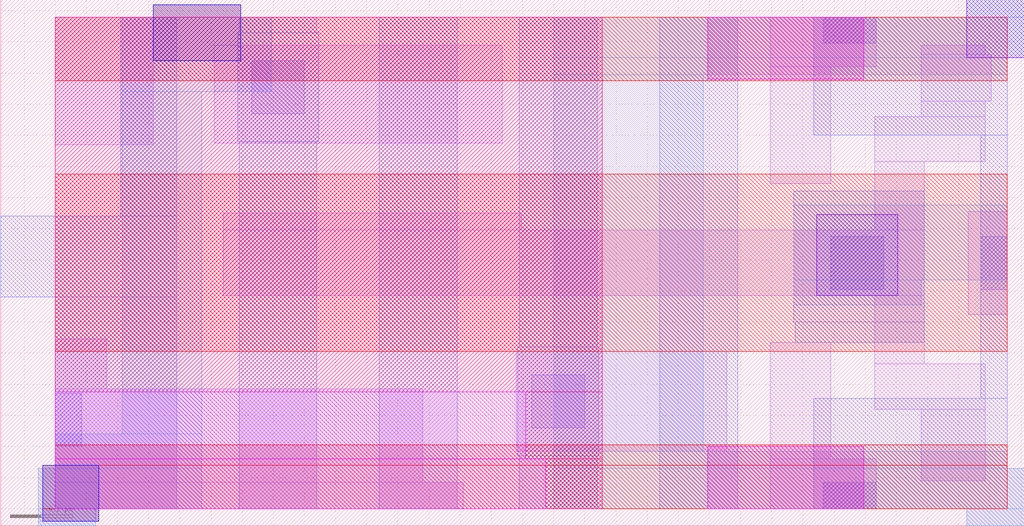
<source format=lef>
# Copyright 2020 The SkyWater PDK Authors
#
# Licensed under the Apache License, Version 2.0 (the "License");
# you may not use this file except in compliance with the License.
# You may obtain a copy of the License at
#
#     https://www.apache.org/licenses/LICENSE-2.0
#
# Unless required by applicable law or agreed to in writing, software
# distributed under the License is distributed on an "AS IS" BASIS,
# WITHOUT WARRANTIES OR CONDITIONS OF ANY KIND, either express or implied.
# See the License for the specific language governing permissions and
# limitations under the License.
#
# SPDX-License-Identifier: Apache-2.0

VERSION 5.7 ;
  NOWIREEXTENSIONATPIN ON ;
  DIVIDERCHAR "/" ;
  BUSBITCHARS "[]" ;
MACRO sky130_fd_bd_sram__sram_dp_swldrv_opt1b
  CLASS BLOCK ;
  FOREIGN sky130_fd_bd_sram__sram_dp_swldrv_opt1b ;
  ORIGIN  0.175000  0.055000 ;
  SIZE  3.285000 BY  1.690000 ;
  OBS
    LAYER li1 ;
      RECT 0.000000 0.000000 1.310000 0.085000 ;
      RECT 0.000000 0.085000 1.180000 0.385000 ;
      RECT 0.000000 0.385000 0.165000 0.545000 ;
      RECT 0.000000 1.170000 0.315000 1.580000 ;
      RECT 0.510000 1.175000 1.435000 1.490000 ;
      RECT 0.540000 0.685000 2.790000 0.895000 ;
      RECT 0.540000 0.895000 1.495000 0.950000 ;
      RECT 1.480000 0.185000 2.155000 0.505000 ;
      RECT 2.295000 0.000000 2.635000 0.160000 ;
      RECT 2.295000 0.160000 2.490000 0.535000 ;
      RECT 2.295000 1.045000 2.490000 1.420000 ;
      RECT 2.295000 1.420000 2.635000 1.580000 ;
      RECT 2.630000 0.320000 2.985000 0.465000 ;
      RECT 2.630000 0.465000 2.790000 0.685000 ;
      RECT 2.630000 0.895000 2.790000 1.115000 ;
      RECT 2.630000 1.115000 2.985000 1.260000 ;
      RECT 2.780000 0.090000 2.985000 0.320000 ;
      RECT 2.780000 1.260000 2.985000 1.310000 ;
      RECT 2.780000 1.310000 3.005000 1.460000 ;
      RECT 2.780000 1.460000 2.985000 1.490000 ;
      RECT 2.930000 0.625000 3.055000 0.955000 ;
    LAYER mcon ;
      RECT 0.000000 0.200000 0.085000 0.370000 ;
      RECT 0.630000 1.270000 0.800000 1.440000 ;
      RECT 1.530000 0.260000 1.700000 0.430000 ;
      RECT 2.465000 0.000000 2.635000 0.085000 ;
      RECT 2.465000 1.495000 2.635000 1.580000 ;
      RECT 2.490000 0.705000 2.660000 0.875000 ;
      RECT 2.970000 0.705000 3.055000 0.875000 ;
    LAYER met1 ;
      RECT -0.175000  0.680000 0.390000 0.940000 ;
      RECT -0.055000 -0.055000 0.130000 0.000000 ;
      RECT -0.055000  0.000000 0.390000 0.130000 ;
      RECT  0.000000  0.130000 0.390000 0.680000 ;
      RECT  0.210000  0.940000 0.390000 1.580000 ;
      RECT  0.585000  1.180000 0.845000 1.530000 ;
      RECT  0.590000  0.000000 0.840000 1.180000 ;
      RECT  0.590000  1.530000 0.840000 1.580000 ;
      RECT  1.040000  0.000000 1.290000 1.580000 ;
      RECT  1.485000  0.170000 1.745000 0.520000 ;
      RECT  1.490000  0.000000 1.740000 0.170000 ;
      RECT  1.490000  0.520000 1.740000 1.580000 ;
      RECT  1.940000  0.000000 2.190000 1.580000 ;
      RECT  2.370000  0.600000 2.790000 1.020000 ;
      RECT  2.375000  0.535000 2.790000 0.600000 ;
      RECT  2.435000  0.000000 3.110000 0.130000 ;
      RECT  2.435000  0.130000 3.055000 0.355000 ;
      RECT  2.435000  1.200000 3.055000 1.450000 ;
      RECT  2.435000  1.450000 3.110000 1.580000 ;
      RECT  2.925000 -0.055000 3.110000 0.000000 ;
      RECT  2.925000  1.580000 3.110000 1.635000 ;
      RECT  2.970000  0.355000 3.055000 1.200000 ;
    LAYER met2 ;
      RECT -0.055000 -0.055000 0.130000 -0.040000 ;
      RECT -0.055000 -0.040000 0.140000  0.000000 ;
      RECT -0.055000  0.000000 0.470000  0.130000 ;
      RECT -0.040000  0.130000 0.470000  0.140000 ;
      RECT  0.000000  0.140000 0.470000  0.240000 ;
      RECT  0.215000  0.240000 0.470000  1.340000 ;
      RECT  0.215000  1.340000 0.695000  1.580000 ;
      RECT  0.315000  1.580000 0.595000  1.620000 ;
      RECT  1.600000  0.000000 3.110000  0.130000 ;
      RECT  1.600000  0.130000 3.055000  0.185000 ;
      RECT  1.600000  0.185000 2.080000  1.395000 ;
      RECT  1.600000  1.395000 3.055000  1.450000 ;
      RECT  1.600000  1.450000 3.110000  1.580000 ;
      RECT  2.370000  0.655000 2.780000  0.735000 ;
      RECT  2.370000  0.735000 3.055000  0.975000 ;
      RECT  2.925000 -0.055000 3.110000  0.000000 ;
      RECT  2.925000  1.580000 3.110000  1.635000 ;
    LAYER met3 ;
      RECT -0.040000 -0.040000 0.140000 0.000000 ;
      RECT -0.040000  0.000000 3.055000 0.140000 ;
      RECT  0.000000  0.140000 3.055000 0.205000 ;
      RECT  0.000000  0.505000 3.055000 1.075000 ;
      RECT  0.000000  1.375000 3.055000 1.580000 ;
      RECT  0.315000  1.580000 0.595000 1.620000 ;
    LAYER nwell ;
      RECT 0.000000 0.375000 1.755000 1.580000 ;
    LAYER nwell ;
      RECT 1.510000 0.160000 1.755000 0.375000 ;
    LAYER nwell ;
      RECT 1.575000 0.000000 1.755000 0.160000 ;
    LAYER pwell ;
      RECT 0.000000 0.000000 1.575000 0.160000 ;
    LAYER pwell ;
      RECT 0.000000 0.160000 1.510000 0.375000 ;
      RECT 2.095000 1.380000 2.595000 1.580000 ;
    LAYER pwell ;
      RECT 2.095000 0.000000 2.595000 0.200000 ;
    LAYER via ;
      RECT 2.445000 0.685000 2.705000 0.945000 ;
      RECT 2.925000 1.450000 3.110000 1.635000 ;
    LAYER via2 ;
      RECT -0.040000 -0.040000 0.140000 0.140000 ;
      RECT  0.315000  1.440000 0.595000 1.620000 ;
  END
END sky130_fd_bd_sram__sram_dp_swldrv_opt1b
END LIBRARY

</source>
